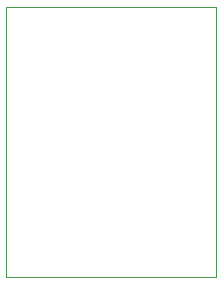
<source format=gbr>
%TF.GenerationSoftware,KiCad,Pcbnew,(5.1.9)-1*%
%TF.CreationDate,2021-09-05T14:58:14+02:00*%
%TF.ProjectId,SOIC-16,534f4943-2d31-4362-9e6b-696361645f70,rev?*%
%TF.SameCoordinates,Original*%
%TF.FileFunction,Profile,NP*%
%FSLAX46Y46*%
G04 Gerber Fmt 4.6, Leading zero omitted, Abs format (unit mm)*
G04 Created by KiCad (PCBNEW (5.1.9)-1) date 2021-09-05 14:58:14*
%MOMM*%
%LPD*%
G01*
G04 APERTURE LIST*
%TA.AperFunction,Profile*%
%ADD10C,0.050000*%
%TD*%
G04 APERTURE END LIST*
D10*
X137160000Y-83820000D02*
X154940000Y-83820000D01*
X137160000Y-106680000D02*
X137160000Y-83820000D01*
X154940000Y-106680000D02*
X137160000Y-106680000D01*
X154940000Y-83820000D02*
X154940000Y-106680000D01*
M02*

</source>
